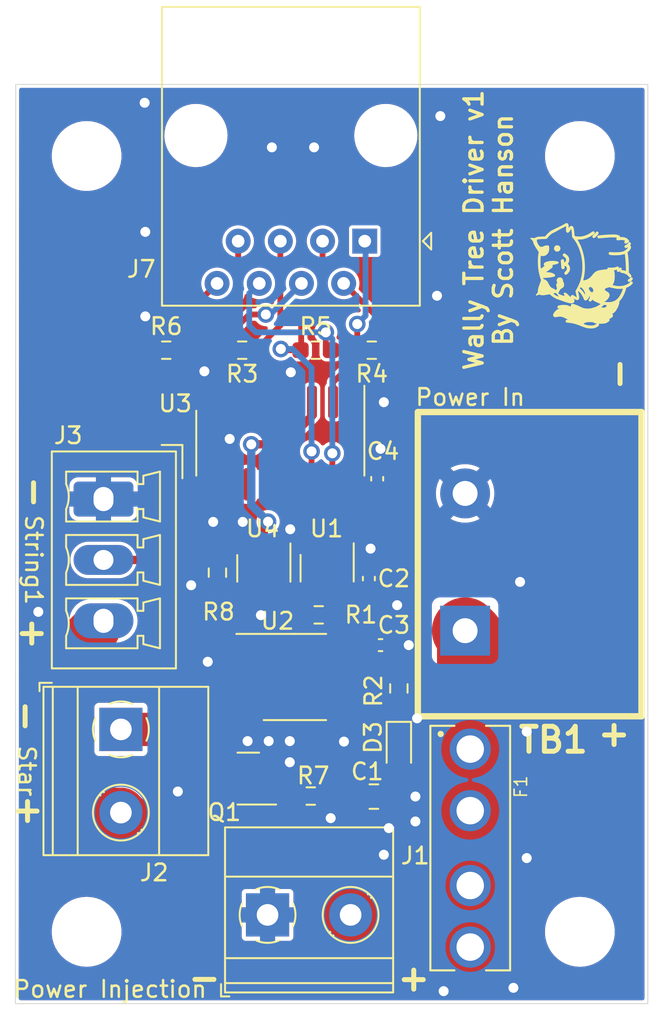
<source format=kicad_pcb>
(kicad_pcb (version 20211014) (generator pcbnew)
  (title_block (title "Wally Tree Driver") (date "2022-12-31") (rev "v1") (company "Scott Hanson"))
  (layers (0 "F.Cu" signal) (31 "B.Cu" signal) (34 "B.Paste" user) (35 "F.Paste" user) (36 "B.SilkS" user "B.Silkscreen") (37 "F.SilkS" user "F.Silkscreen") (38 "B.Mask" user) (39 "F.Mask" user) (44 "Edge.Cuts" user))
  (net 0 "")
  (net 1 "GND")
  (net 2 "+5V")
  (net 3 "VIN1")
  (net 4 "OUT20")
  (net 5 "OUT19")
  (net 6 "OUT18")
  (net 7 "OUT17")
  (net 8 "Net-(D3-Pad1)")
  (net 9 "/Diff In/Serial4_N")
  (net 10 "/Diff In/Serial4_P")
  (net 11 "/Diff In/Serial2_N")
  (net 12 "/Diff In/Serial3_P")
  (net 13 "/Diff In/Serial3_N")
  (net 14 "/Diff In/Serial2_P")
  (net 15 "/Diff In/Serial1_N")
  (net 16 "/Diff In/Serial1_P")
  (net 17 "Net-(R8-Pad2)")
  (net 18 "STAR_OUT")
  (net 19 "Net-(J3-Pad2)")
  (net 20 "Net-(Q1-Pad1)")
  (net 21 "Net-(R1-Pad1)")
  (net 22 "Net-(R1-Pad2)")
  (footprint "Scotts:RJ45_Amphenol_54602-x08_Horizontal" (layer "F.Cu") (at 89.751 91.2358 180)
    (fp_text reference "J7" (at 13.45 -1.682 180) (layer "F.SilkS"))
    (fp_text value "RJ45")
    (pad "" np_thru_hole circle (at -1.27 6.35 180) (size 3.3 3.3) (drill 3.3) (layers F&B.Cu *.Mask))
    (pad "" np_thru_hole circle (at 10.16 6.35 180) (size 3.3 3.3) (drill 3.3) (layers F&B.Cu *.Mask))
    (pad "1" thru_hole rect (at 0 0 180) (size 1.5 1.5) (drill 0.76) (layers *.Cu *.Mask) (net 16 "/Diff In/Serial1_P"))
    (pad "2" thru_hole circle (at 1.27 -2.54 180) (size 1.5 1.5) (drill 0.76) (layers *.Cu *.Mask) (net 15 "/Diff In/Serial1_N"))
    (pad "3" thru_hole circle (at 2.54 0 180) (size 1.5 1.5) (drill 0.76) (layers *.Cu *.Mask) (net 14 "/Diff In/Serial2_P"))
    (pad "4" thru_hole circle (at 3.81 -2.54 180) (size 1.5 1.5) (drill 0.76) (layers *.Cu *.Mask) (net 13 "/Diff In/Serial3_N"))
    (pad "5" thru_hole circle (at 5.08 0 180) (size 1.5 1.5) (drill 0.76) (layers *.Cu *.Mask) (net 12 "/Diff In/Serial3_P"))
    (pad "6" thru_hole circle (at 6.35 -2.54 180) (size 1.5 1.5) (drill 0.76) (layers *.Cu *.Mask) (net 11 "/Diff In/Serial2_N"))
    (pad "7" thru_hole circle (at 7.62 0 180) (size 1.5 1.5) (drill 0.76) (layers *.Cu *.Mask) (net 10 "/Diff In/Serial4_P"))
    (pad "8" thru_hole circle (at 8.89 -2.54 180) (size 1.5 1.5) (drill 0.76) (layers *.Cu *.Mask) (net 9 "/Diff In/Serial4_N"))
  )
  (footprint "Resistor_SMD:R_0603_1608Metric_Pad0.98x0.95mm_HandSolder" (layer "F.Cu") (at 82.374 97.7898 180)
    (fp_text reference "R3" (at 0 -1.43 180) (layer "F.SilkS"))
    (fp_text value "120")
    (pad "1" smd roundrect (at -0.9125 0 180) (size 0.975 0.95) (layers "F.Cu" "F.Paste" "F.Mask") (net 12 "/Diff In/Serial3_P"))
    (pad "2" smd roundrect (at 0.9125 0 180) (size 0.975 0.95) (layers "F.Cu" "F.Paste" "F.Mask") (net 13 "/Diff In/Serial3_N"))
  )
  (footprint "Resistor_SMD:R_0603_1608Metric_Pad0.98x0.95mm_HandSolder" (layer "F.Cu") (at 90.176 97.7898 180)
    (fp_text reference "R4" (at 0 -1.43 180) (layer "F.SilkS"))
    (fp_text value "120")
    (pad "1" smd roundrect (at -0.9125 0 180) (size 0.975 0.95) (layers "F.Cu" "F.Paste" "F.Mask") (net 15 "/Diff In/Serial1_N"))
    (pad "2" smd roundrect (at 0.9125 0 180) (size 0.975 0.95) (layers "F.Cu" "F.Paste" "F.Mask") (net 16 "/Diff In/Serial1_P"))
  )
  (footprint "Resistor_SMD:R_0603_1608Metric_Pad0.98x0.95mm_HandSolder" (layer "F.Cu") (at 86.801 97.7898)
    (fp_text reference "R5" (at 0 -1.43) (layer "F.SilkS"))
    (fp_text value "120")
    (pad "1" smd roundrect (at -0.9125 0) (size 0.975 0.95) (layers "F.Cu" "F.Paste" "F.Mask") (net 14 "/Diff In/Serial2_P"))
    (pad "2" smd roundrect (at 0.9125 0) (size 0.975 0.95) (layers "F.Cu" "F.Paste" "F.Mask") (net 11 "/Diff In/Serial2_N"))
  )
  (footprint "Resistor_SMD:R_0603_1608Metric_Pad0.98x0.95mm_HandSolder" (layer "F.Cu") (at 77.802 97.7898)
    (fp_text reference "R6" (at 0 -1.43) (layer "F.SilkS"))
    (fp_text value "120")
    (pad "1" smd roundrect (at -0.9125 0) (size 0.975 0.95) (layers "F.Cu" "F.Paste" "F.Mask") (net 9 "/Diff In/Serial4_N"))
    (pad "2" smd roundrect (at 0.9125 0) (size 0.975 0.95) (layers "F.Cu" "F.Paste" "F.Mask") (net 10 "/Diff In/Serial4_P"))
  )
  (footprint "Package_SO:SOIC-16_3.9x9.9mm_P1.27mm" (layer "F.Cu") (at 84.669 103.3778 -90)
    (fp_text reference "U3" (at -2.378 6.326) (layer "F.SilkS"))
    (fp_text value "AM26C32IN")
    (pad "1" smd roundrect locked (at -2.475 -4.445 270) (size 1.95 0.6) (layers "F.Cu" "F.Paste" "F.Mask") (net 15 "/Diff In/Serial1_N"))
    (pad "2" smd roundrect locked (at -2.475 -3.175 270) (size 1.95 0.6) (layers "F.Cu" "F.Paste" "F.Mask") (net 16 "/Diff In/Serial1_P"))
    (pad "3" smd roundrect locked (at -2.475 -1.905 270) (size 1.95 0.6) (layers "F.Cu" "F.Paste" "F.Mask") (net 7 "OUT17"))
    (pad "4" smd roundrect locked (at -2.475 -0.635 270) (size 1.95 0.6) (layers "F.Cu" "F.Paste" "F.Mask") (net 1 "GND"))
    (pad "5" smd roundrect locked (at -2.475 0.635 270) (size 1.95 0.6) (layers "F.Cu" "F.Paste" "F.Mask") (net 5 "OUT19"))
    (pad "6" smd roundrect locked (at -2.475 1.905 270) (size 1.95 0.6) (layers "F.Cu" "F.Paste" "F.Mask") (net 12 "/Diff In/Serial3_P"))
    (pad "7" smd roundrect locked (at -2.475 3.175 270) (size 1.95 0.6) (layers "F.Cu" "F.Paste" "F.Mask") (net 13 "/Diff In/Serial3_N"))
    (pad "8" smd roundrect locked (at -2.475 4.445 270) (size 1.95 0.6) (layers "F.Cu" "F.Paste" "F.Mask") (net 1 "GND"))
    (pad "9" smd roundrect locked (at 2.475 4.445 270) (size 1.95 0.6) (layers "F.Cu" "F.Paste" "F.Mask") (net 9 "/Diff In/Serial4_N"))
    (pad "10" smd roundrect locked (at 2.475 3.175 270) (size 1.95 0.6) (layers "F.Cu" "F.Paste" "F.Mask") (net 10 "/Diff In/Serial4_P"))
    (pad "11" smd roundrect locked (at 2.475 1.905 270) (size 1.95 0.6) (layers "F.Cu" "F.Paste" "F.Mask") (net 4 "OUT20"))
    (pad "12" smd roundrect locked (at 2.475 0.635 270) (size 1.95 0.6) (layers "F.Cu" "F.Paste" "F.Mask") (net 1 "GND"))
    (pad "13" smd roundrect locked (at 2.475 -0.635 270) (size 1.95 0.6) (layers "F.Cu" "F.Paste" "F.Mask") (net 6 "OUT18"))
    (pad "14" smd roundrect locked (at 2.475 -1.905 270) (size 1.95 0.6) (layers "F.Cu" "F.Paste" "F.Mask") (net 14 "/Diff In/Serial2_P"))
    (pad "15" smd roundrect locked (at 2.475 -3.175 270) (size 1.95 0.6) (layers "F.Cu" "F.Paste" "F.Mask") (net 11 "/Diff In/Serial2_N"))
    (pad "16" smd roundrect locked (at 2.475 -4.445 270) (size 1.95 0.6) (layers "F.Cu" "F.Paste" "F.Mask") (net 2 "+5V"))
  )
  (footprint "Resistor_SMD:R_0603_1608Metric_Pad0.98x0.95mm_HandSolder" (layer "F.Cu") (at 91.805 118.1213 -90)
    (fp_text reference "R2" (at 0.1505 1.524 90) (layer "F.SilkS"))
    (fp_text value "330")
    (pad "1" smd roundrect (at -0.9125 0 270) (size 0.975 0.95) (layers "F.Cu" "F.Paste" "F.Mask") (net 1 "GND"))
    (pad "2" smd roundrect (at 0.9125 0 270) (size 0.975 0.95) (layers "F.Cu" "F.Paste" "F.Mask") (net 8 "Net-(D3-Pad1)"))
  )
  (footprint "TerminalBlock_Phoenix:TerminalBlock_Phoenix_MKDS-1,5-2_1x02_P5.00mm_Horizontal" (layer "F.Cu") (at 83.901 131.7338)
    (fp_text reference "J1" (at 8.89 -3.556) (layer "F.SilkS"))
    (fp_text value "Power Injection" (at -9.478 4.464) (layer "F.SilkS"))
    (pad "1" thru_hole rect (at 0 0) (size 2.6 2.6) (drill 1.3) (layers *.Cu *.Mask) (net 1 "GND"))
    (pad "2" thru_hole circle (at 5 0) (size 2.6 2.6) (drill 1.3) (layers *.Cu *.Mask) (net 2 "+5V"))
  )
  (footprint "Barrier_Blocks:BARRIER_BLOCK_1ROW_2POS" (layer "F.Cu") (at 99.679 110.6518 90)
    (fp_text reference "TB1" (at -10.566 1.422 180) (layer "F.SilkS") (effects (font (size 1.5 1.5) (thickness 0.3))))
    (fp_text value "Power In" (at 10.034 -3.578 180) (layer "F.SilkS") (effects (font (thickness 0.1524))))
    (pad "1" thru_hole rect (at -3.99796 -3.8862 90) (size 3 3) (drill 1.5) (layers *.Cu *.Mask) (net 3 "VIN1"))
    (pad "2" thru_hole circle (at 4.25196 -3.8862 90) (size 3 3) (drill 1.5) (layers *.Cu *.Mask) (net 1 "GND"))
  )
  (footprint "Scotts:MountingHole_3.7mm" (layer "F.Cu") (at 102.701 132.7498)
    (fp_text reference "H4")
    (fp_text value "MountingHole")
    (pad "" np_thru_hole circle (at 0 0) (size 3.7 3.7) (drill 3.7) (layers *.Cu *.Mask))
  )
  (footprint "LED_SMD:LED_0603_1608Metric_Pad1.05x0.95mm_HandSolder" (layer "F.Cu") (at 91.805 121.7893 -90)
    (fp_text reference "D3" (at -0.7215 1.554 90) (layer "F.SilkS"))
    (fp_text value "5V LED")
    (pad "1" smd roundrect (at -0.875 0 270) (size 1.05 0.95) (layers "F.Cu" "F.Paste" "F.Mask") (net 8 "Net-(D3-Pad1)"))
    (pad "2" smd roundrect (at 0.875 0 270) (size 1.05 0.95) (layers "F.Cu" "F.Paste" "F.Mask") (net 2 "+5V"))
  )
  (footprint "Resistor_SMD:R_0603_1608Metric_Pad0.98x0.95mm_HandSolder" (layer "F.Cu") (at 80.883 111.1598 -90)
    (fp_text reference "R8" (at 2.358 -0.068 180) (layer "F.SilkS"))
    (fp_text value "33ohm")
    (pad "1" smd roundrect (at -0.9125 0 270) (size 0.975 0.95) (layers "F.Cu" "F.Paste" "F.Mask") (net 19 "Net-(J3-Pad2)"))
    (pad "2" smd roundrect (at 0.9125 0 270) (size 0.975 0.95) (layers "F.Cu" "F.Paste" "F.Mask") (net 17 "Net-(R8-Pad2)"))
  )
  (footprint "Capacitor_SMD:C_0402_1005Metric" (layer "F.Cu") (at 90.701 115.5178)
    (fp_text reference "C3" (at 0.8 -1.2 180) (layer "F.SilkS"))
    (fp_text value "0.1uF")
    (pad "1" smd roundrect (at -0.48 0) (size 0.56 0.62) (layers "F.Cu" "F.Paste" "F.Mask") (net 2 "+5V"))
    (pad "2" smd roundrect (at 0.48 0) (size 0.56 0.62) (layers "F.Cu" "F.Paste" "F.Mask") (net 1 "GND"))
  )
  (footprint "TerminalBlock_Phoenix:TerminalBlock_Phoenix_MKDS-1,5-2_1x02_P5.00mm_Horizontal" (layer "F.Cu") (at 75.072 120.5838 -90)
    (fp_text reference "J2" (at 8.61 -2.001 180) (layer "F.SilkS"))
    (fp_text value "Star" (at 2.5 5.66 -90 unlocked) (layer "F.SilkS"))
    (pad "1" thru_hole rect (at 0 0 270) (size 2.6 2.6) (drill 1.3) (layers *.Cu *.Mask) (net 18 "STAR_OUT"))
    (pad "2" thru_hole circle (at 5 0 270) (size 2.6 2.6) (drill 1.3) (layers *.Cu *.Mask) (net 2 "+5V"))
  )
  (footprint "Package_SO:TSOP-5_1.65x3.05mm_P0.95mm" (layer "F.Cu") (at 83.677 110.9058 -90)
    (fp_text reference "U4" (at -2.388 0.076 180) (layer "F.SilkS"))
    (fp_text value "74LVC1G126")
    (pad "1" smd rect (at -1.16 -0.95 270) (size 0.7 0.51) (layers "F.Cu" "F.Paste" "F.Mask") (net 2 "+5V"))
    (pad "2" smd rect (at -1.16 0 270) (size 0.7 0.51) (layers "F.Cu" "F.Paste" "F.Mask") (net 7 "OUT17"))
    (pad "3" smd rect (at -1.16 0.95 270) (size 0.7 0.51) (layers "F.Cu" "F.Paste" "F.Mask") (net 1 "GND"))
    (pad "4" smd rect (at 1.16 0.95 270) (size 0.7 0.51) (layers "F.Cu" "F.Paste" "F.Mask") (net 17 "Net-(R8-Pad2)"))
    (pad "5" smd rect (at 1.16 -0.95 270) (size 0.7 0.51) (layers "F.Cu" "F.Paste" "F.Mask") (net 2 "+5V"))
  )
  (footprint "Package_TO_SOT_SMD:SOT-23" (layer "F.Cu") (at 82.7395 123.5398 180)
    (fp_text reference "Q1" (at 1.4385 -2.028) (layer "F.SilkS"))
    (fp_text value "DMN2041L")
    (pad "1" smd roundrect (at -0.9375 -0.95 180) (size 1.475 0.6) (layers "F.Cu" "F.Paste" "F.Mask") (net 20 "Net-(Q1-Pad1)"))
    (pad "2" smd roundrect (at -0.9375 0.95 180) (size 1.475 0.6) (layers "F.Cu" "F.Paste" "F.Mask") (net 1 "GND"))
    (pad "3" smd roundrect (at 0.9375 0 180) (size 1.475 0.6) (layers "F.Cu" "F.Paste" "F.Mask") (net 18 "STAR_OUT"))
  )
  (footprint "Scotts:MountingHole_3.7mm" (layer "F.Cu") (at 73.009 132.7498)
    (fp_text reference "H1")
    (fp_text value "MountingHole")
    (pad "" np_thru_hole circle (at 0 0) (size 3.7 3.7) (drill 3.7) (layers *.Cu *.Mask))
  )
  (footprint "Scotts:FUSE_3544-2" (layer "F.Cu") (at 96.101 127.7178 -90)
    (fp_text reference "F1" (at -3.683 -3.048 90) (layer "F.SilkS") (effects (font (size 0.75 0.75) (thickness 0.1))))
    (fp_text value "3544-2")
    (pad "1_1" thru_hole circle (at -5.95 0 270) (size 2.475 2.475) (drill 1.65) (layers *.Cu *.Mask) (net 3 "VIN1"))
    (pad "1_2" thru_hole circle (at -2.25 0 270) (size 2.475 2.475) (drill 1.65) (layers *.Cu *.Mask) (net 3 "VIN1"))
    (pad "2_1" thru_hole circle (at 2.25 0 270) (size 2.475 2.475) (drill 1.65) (layers *.Cu *.Mask) (net 2 "+5V"))
    (pad "2_2" thru_hole circle (at 5.95 0 270) (size 2.475 2.475) (drill 1.65) (layers *.Cu *.Mask) (net 2 "+5V"))
  )
  (footprint "Scotts:chewi_10" (layer "F.Cu") (at 102.03198 93.456909 90)
    (fp_text reference "G***")
    (fp_text value "LOGO" hide)
  )
  (footprint "Capacitor_SMD:C_0402_1005Metric" (layer "F.Cu") (at 90.001 111.5178 90)
    (fp_text reference "C2" (at 0 1.5 180) (layer "F.SilkS"))
    (fp_text value "0.1uF")
    (pad "1" smd roundrect (at -0.48 0 90) (size 0.56 0.62) (layers "F.Cu" "F.Paste" "F.Mask") (net 2 "+5V"))
    (pad "2" smd roundrect (at 0.48 0 90) (size 0.56 0.62) (layers "F.Cu" "F.Paste" "F.Mask") (net 1 "GND"))
  )
  (footprint "Package_SO:SOP-8_3.76x4.96mm_P1.27mm" (layer "F.Cu") (at 85.547 117.4338)
    (fp_text reference "U2" (at -1.046 -3.366) (layer "F.SilkS"))
    (fp_text value "WS2811")
    (pad "1" smd roundrect (at -2.5375 -1.905) (size 1.975 0.65) (layers "F.Cu" "F.Paste" "F.Mask") (net 20 "Net-(Q1-Pad1)"))
    (pad "2" smd roundrect (at -2.5375 -0.635) (size 1.975 0.65) (layers "F.Cu" "F.Paste" "F.Mask"))
    (pad "3" smd roundrect (at -2.5375 0.635) (size 1.975 0.65) (layers "F.Cu" "F.Paste" "F.Mask"))
    (pad "4" smd roundrect (at -2.5375 1.905) (size 1.975 0.65) (layers "F.Cu" "F.Paste" "F.Mask") (net 1 "GND"))
    (pad "5" smd roundrect (at 2.5375 1.905) (size 1.975 0.65) (layers "F.Cu" "F.Paste" "F.Mask"))
    (pad "6" smd roundrect (at 2.5375 0.635) (size 1.975 0.65) (layers "F.Cu" "F.Paste" "F.Mask") (net 21 "Net-(R1-Pad1)"))
    (pad "7" smd roundrect (at 2.5375 -0.635) (size 1.975 0.65) (layers "F.Cu" "F.Paste" "F.Mask"))
    (pad "8" smd roundrect (at 2.5375 -1.905) (size 1.975 0.65) (layers "F.Cu" "F.Paste" "F.Mask") (net 2 "+5V"))
  )
  (footprint "Capacitor_SMD:C_0402_1005Metric" (layer "F.Cu") (at 90.501 105.5178 90)
    (fp_text reference "C4" (at 1.65 0.35 180) (layer "F.SilkS"))
    (fp_text value "0.1uF")
    (pad "1" smd roundrect (at -0.48 0 90) (size 0.56 0.62) (layers "F.Cu" "F.Paste" "F.Mask") (net 2 "+5V"))
    (pad "2" smd roundrect (at 0.48 0 90) (size 0.56 0.62) (layers "F.Cu" "F.Paste" "F.Mask") (net 1 "GND"))
  )
  (footprint "Capacitor_SMD:C_0805_2012Metric_Pad1.18x1.45mm_HandSolder" (layer "F.Cu") (at 90.301 124.6218)
    (fp_text reference "C1" (at -0.4 -1.504) (layer "F.SilkS"))
    (fp_text value "10uF")
    (pad "1" smd roundrect (at -1.0375 0) (size 1.175 1.45) (layers "F.Cu" "F.Paste" "F.Mask") (roundrect_rratio 0.2127659574) (net 2 "+5V"))
    (pad "2" smd roundrect (at 1.0375 0) (size 1.175 1.45) (layers "F.Cu" "F.Paste" "F.Mask") (roundrect_rratio 0.2127659574) (net 1 "GND"))
  )
  (footprint "Resistor_SMD:R_0603_1608Metric_Pad0.98x0.95mm_HandSolder" (layer "F.Cu") (at 86.501 124.5898 180)
    (fp_text reference "R7" (at -0.15 1.222) (layer "F.SilkS"))
    (fp_text value "10K")
    (pad "1" smd roundrect (at -0.9125 0 180) (size 0.975 0.95) (layers "F.Cu" "F.Paste" "F.Mask") (net 2 "+5V"))
    (pad "2" smd roundrect (at 0.9125 0 180) (size 0.975 0.95) (layers "F.Cu" "F.Paste" "F.Mask") (net 20 "Net-(Q1-Pad1)"))
  )
  (footprint "Scotts:MountingHole_3.7mm" (layer "F.Cu") (at 102.701 86.1178)
    (fp_text reference "H2")
    (fp_text value "MountingHole")
    (pad "" np_thru_hole circle (at 0 0) (size 3.7 3.7) (drill 3.7) (layers *.Cu *.Mask))
  )
  (footprint "Scotts:PhoenixContact_MCV_3.81mm_3.5mm_1x03_Vertical" (layer "F.Cu") (at 74.025 106.5878 -90)
    (fp_text reference "J3" (at -3.67 2.124 unlocked) (layer "F.SilkS"))
    (fp_text value "String1" (at 3.81 4.2 -90 unlocked) (layer "F.SilkS"))
    (pad "1" thru_hole roundrect (at 0.15 0 270) (size 2.1 3.6) (drill oval 1.45 1.2) (layers *.Cu *.Mask) (roundrect_rratio 0.1388890476) (net 1 "GND"))
    (pad "2" thru_hole oval (at 3.81 0 270) (size 1.8 3.6) (drill 1.2) (layers *.Cu *.Mask) (net 19 "Net-(J3-Pad2)"))
    (pad "3" thru_hole oval (at 7.47 0 270) (size 2.1 3.6) (drill oval 1.45 1.2) (layers *.Cu *.Mask) (net 2 "+5V"))
  )
  (footprint "Resistor_SMD:R_0603_1608Metric_Pad0.98x0.95mm_HandSolder" (layer "F.Cu") (at 86.979 113.6998)
    (fp_text reference "R1" (at 2.54 0) (layer "F.SilkS"))
    (fp_text value "33ohm")
    (pad "1" smd roundrect (at -0.9125 0) (size 0.975 0.95) (layers "F.Cu" "F.Paste" "F.Mask") (net 21 "Net-(R1-Pad1)"))
    (pad "2" smd roundrect (at 0.9125 0) (size 0.975 0.95) (layers "F.Cu" "F.Paste" "F.Mask") (net 22 "Net-(R1-Pad2)"))
  )
  (footprint "Scotts:MountingHole_3.7mm" (layer "F.Cu") (at 73.009 86.1178)
    (fp_text reference "H3")
    (fp_text value "MountingHole")
    (pad "" np_thru_hole circle (at 0 0) (size 3.7 3.7) (drill 3.7) (layers *.Cu *.Mask))
  )
  (footprint "Package_SO:TSOP-5_1.65x3.05mm_P0.95mm" (layer "F.Cu") (at 87.487 110.8958 -90)
    (fp_text reference "U1" (at -2.378 0.036 180) (layer "F.SilkS"))
    (fp_text value "74LVC1G126")
    (pad "1" smd rect (at -1.16 -0.95 270) (size 0.7 0.51) (layers "F.Cu" "F.Paste" "F.Mask") (net 2 "+5V"))
    (pad "2" smd rect (at -1.16 0 270) (size 0.7 0.51) (layers "F.Cu" "F.Paste" "F.Mask") (net 6 "OUT18"))
    (pad "3" smd rect (at -1.16 0.95 270) (size 0.7 0.51) (layers "F.Cu" "F.Paste" "F.Mask") (net 1 "GND"))
    (pad "4" smd rect (at 1.16 0.95 270) (size 0.7 0.51) (layers "F.Cu" "F.Paste" "F.Mask") (net 22 "Net-(R1-Pad2)"))
    (pad "5" smd rect (at 1.16 -0.95 270) (size 0.7 0.51) (layers "F.Cu" "F.Paste" "F.Mask") (net 2 "+5V"))
  )
  (gr_line (start 68.745 81.8178) (end 68.721 137.0678) (layer "Edge.Cuts") (width 0.05))
  (gr_line (start 68.745 81.8178) (end 106.791 81.8178) (layer "Edge.Cuts") (width 0.05))
  (gr_line (start 106.791 137.0678) (end 106.791 81.8178) (layer "Edge.Cuts") (width 0.05))
  (gr_line (start 106.791 137.0678) (end 68.721 137.0678) (layer "Edge.Cuts") (width 0.05))
  (gr_text "${TITLE} ${REVISION}\nBy ${COMPANY}" (at 97.201 90.5678 90) (layer "F.SilkS") (effects (font (size 1.1 1.1) (thickness 0.2))))
  (gr_text "+" (at 92.701 135.5178) (layer "F.SilkS") (effects (font (size 1.5 1.5) (thickness 0.3))))
  (gr_text "-" (at 69.707 106.3338 90) (layer "F.SilkS") (effects (font (size 1.5 1.5) (thickness 0.3))))
  (gr_text "-" (at 80.101 135.7178 180) (layer "F.SilkS") (effects (font (size 1.5 1.5) (thickness 0.3))))
  (gr_text "+" (at 69.707 114.7158) (layer "F.SilkS") (effects (font (size 1.5 1.5) (thickness 0.3))))
  (gr_text "-" (at 69.199 119.7958 90) (layer "F.SilkS") (effects (font (size 1.5 1.5) (thickness 0.3))))
  (gr_text "-" (at 105.013 99.2218 90) (layer "F.SilkS") (effects (font (size 1.5 1.5) (thickness 0.3))))
  (gr_text "+" (at 104.759 120.8118) (layer "F.SilkS") (effects (font (size 1.5 1.5) (thickness 0.3))))
  (gr_text "+" (at 69.453 125.3838) (layer "F.SilkS") (effects (font (size 1.5 1.5) (thickness 0.3))))
  (via (at 85.301 99.1178) (size 1) (drill 0.6) (layers "F.Cu" "B.Cu") (net 1))
  (via (at 81.621 103.1238) (size 1) (drill 0.6) (layers "F.Cu" "B.Cu") (net 1))
  (via (at 80.301 116.5178) (size 1) (drill 0.6) (layers "F.Cu" "B.Cu") (net 1))
  (via (at 99.101 111.7178) (size 1) (drill 0.6) (layers "F.Cu" "B.Cu") (net 1))
  (via (at 91.201 126.5178) (size 1) (drill 0.6) (layers "F.Cu" "B.Cu") (net 1))
  (via (at 98.701 136.1178) (size 1) (drill 0.6) (layers "F.Cu" "B.Cu") (net 1))
  (via (at 82.407 108.1118) (size 1) (drill 0.6) (layers "F.Cu" "B.Cu") (net 1))
  (via (at 90.101 109.7178) (size 1) (drill 0.6) (layers "F.Cu" "B.Cu") (net 1))
  (via (at 85.2395 121.2878) (size 1) (drill 0.6) (layers "F.Cu" "B.Cu") (net 1))
  (via (at 87.701 125.9178) (size 1) (drill 0.6) (layers "F.Cu" "B.Cu") (net 1))
  (via (at 86.701 85.5978) (size 1) (drill 0.6) (layers "F.Cu" "B.Cu") (net 1))
  (via (at 90.901 128.1178) (size 1) (drill 0.6) (layers "F.Cu" "B.Cu") (net 1))
  (via (at 70.101 113.5178) (size 1) (drill 0.6) (layers "F.Cu" "B.Cu") (net 1))
  (via (at 90.701 103.7178) (size 1) (drill 0.6) (layers "F.Cu" "B.Cu") (net 1))
  (via (at 79.301 111.9178) (size 1) (drill 0.6) (layers "F.Cu" "B.Cu") (net 1))
  (via (at 76.501 82.9178) (size 1) (drill 0.6) (layers "F.Cu" "B.Cu") (net 1))
  (via (at 80.097 99.0598) (size 1) (drill 0.6) (layers "F.Cu" "B.Cu") (net 1))
  (via (at 83.501 113.7178) (size 1) (drill 0.6) (layers "F.Cu" "B.Cu") (net 1))
  (via (at 84.161 85.5978) (size 1) (drill 0.6) (layers "F.Cu" "B.Cu") (net 1))
  (via (at 80.629 108.1118) (size 1) (drill 0.6) (layers "F.Cu" "B.Cu") (net 1))
  (via (at 88.501 121.3178) (size 1) (drill 0.6) (layers "F.Cu" "B.Cu") (net 1))
  (via (at 92.801 124.6178) (size 1) (drill 0.6) (layers "F.Cu" "B.Cu") (net 1))
  (via (at 94.101 94.5178) (size 1) (drill 0.6) (layers "F.Cu" "B.Cu") (net 1))
  (via (at 85.264957 108.553843) (size 1) (drill 0.6) (layers "F.Cu" "B.Cu") (net 1))
  (via (at 94.301 83.7178) (size 1) (drill 0.6) (layers "F.Cu" "B.Cu") (net 1))
  (via (at 91.701 113.1178) (size 1) (drill 0.6) (layers "F.Cu" "B.Cu") (net 1))
  (via (at 78.501 124.3178) (size 1) (drill 0.6) (layers "F.Cu" "B.Cu") (net 1))
  (via (at 83.9695 121.2878) (size 1) (drill 0.6) (layers "F.Cu" "B.Cu") (net 1))
  (via (at 92.801 126.1178) (size 1) (drill 0.6) (layers "F.Cu" "B.Cu") (net 1))
  (via (at 82.6995 121.2878) (size 1) (drill 0.6) (layers "F.Cu" "B.Cu") (net 1))
  (via (at 94.501 136.3178) (size 1) (drill 0.6) (layers "F.Cu" "B.Cu") (net 1))
  (via (at 99.501 120.7178) (size 1) (drill 0.6) (layers "F.Cu" "B.Cu") (net 1))
  (via (at 76.541 90.6778) (size 1) (drill 0.6) (layers "F.Cu" "B.Cu") (net 1))
  (via (at 76.541 95.7578) (size 1) (drill 0.6) (layers "F.Cu" "B.Cu") (net 1))
  (via (at 92.401 115.5178) (size 1) (drill 0.6) (layers "F.Cu" "B.Cu") (net 1))
  (via (at 90.901 100.9178) (size 1) (drill 0.6) (layers "F.Cu" "B.Cu") (net 1))
  (via (at 99.501 128.3178) (size 1) (drill 0.6) (layers "F.Cu" "B.Cu") (net 1))
  (via (at 92.901 119.9178) (size 1) (drill 0.6) (layers "F.Cu" "B.Cu") (net 1))
  (via (at 85.2395 122.5578) (size 1) (drill 0.6) (layers "F.Cu" "B.Cu") (net 1))
  (segment (start 77.412 127.9238) (end 86.191 127.9238) (width 3) (layer "F.Cu") (net 2))
  (segment (start 84.627 112.0658) (end 84.627 109.7458) (width 0.5) (layer "F.Cu") (net 2))
  (segment (start 71.101 122.8128) (end 71.101 116.9818) (width 3) (layer "F.Cu") (net 2))
  (segment (start 96.301 129.9678) (end 96.301 133.6678) (width 4) (layer "F.Cu") (net 2))
  (segment (start 71.101 116.9818) (end 73.517 114.5658) (width 3) (layer "F.Cu") (net 2))
  (segment (start 91.501 111.4638) (end 90.905 112.0598) (width 0.5) (layer "F.Cu") (net 2))
  (segment (start 89.2635 123.5553) (end 89.2635 124.6218) (width 1) (layer "F.Cu") (net 2))
  (segment (start 88.441 112.0598) (end 88.437 112.0558) (width 0.5) (layer "F.Cu") (net 2))
  (segment (start 89.9535 122.8653) (end 89.2635 123.5553) (width 1) (layer "F.Cu") (net 2))
  (segment (start 89.229 105.9678) (end 89.114 105.8528) (width 0.5) (layer "F.Cu") (net 2))
  (segment (start 87.587 111.2058) (end 85.487 111.2058) (width 0.5) (layer "F.Cu") (net 2))
  (segment (start 89.265 131.051798) (end 89.947 131.733798) (width 1) (layer "F.Cu") (net 2))
  (segment (start 88.901 131.7338) (end 89.519 131.7338) (width 4) (layer "F.Cu") (net 2))
  (segment (start 91.501 106.7678) (end 91.501 111.4638) (width 0.5) (layer "F.Cu") (net 2))
  (segment (start 88.901 131.7338) (end 89.946998 131.7338) (width 3) (layer "F.Cu") (net 2))
  (segment (start 88.0845 115.5288) (end 90.151 115.5288) (width 1) (layer "F.Cu") (net 2))
  (segment (start 91.805 122.6643) (end 90.4605 122.6643) (width 1) (layer "F.Cu") (net 2))
  (segment (start 85.487 111.2058) (end 84.627 112.0658) (width 0.5) (layer "F.Cu") (net 2))
  (segment (start 90.027 112.0598) (end 88.441 112.0598) (width 0.5) (layer "F.Cu") (net 2))
  (segment (start 75.072 125.5838) (end 73.872 125.5838) (width 3) (layer "F.Cu") (net 2))
  (segment (start 96.101 131.7178) (end 96.085 131.7338) (width 4) (layer "F.Cu") (net 2))
  (segment (start 96.085 131.7338) (end 88.901 131.7338) (width 4) (layer "F.Cu") (net 2))
  (segment (start 75.072 125.5838) (end 77.412 127.9238) (width 3) (layer "F.Cu") (net 2))
  (segment (start 90.027 115.2963) (end 90.2595 115.5288) (width 0.5) (layer "F.Cu") (net 2))
  (segment (start 89.2315 124.5898) (end 87.4135 124.5898) (width 1) (layer "F.Cu") (net 2))
  (segment (start 89.2635 124.6218) (end 89.2315 124.5898) (width 1) (layer "F.Cu") (net 2))
  (segment (start 88.901 130.6338) (end 88.901 131.7338) (width 3) (layer "F.Cu") (net 2))
  (segment (start 90.027 112.0598) (end 90.027 115.2963) (width 0.5) (layer "F.Cu") (net 2))
  (segment (start 90.151 115.5288) (end 90.151 115.5878) (width 1) (layer "F.Cu") (net 2))
  (segment (start 90.027 115.7118) (end 90.027 122.6328) (width 1) (layer "F.Cu") (net 2))
  (segment (start 86.191 127.9238) (end 88.901 130.6338) (width 3) (layer "F.Cu") (net 2))
  (segment (start 88.437 112.0558) (end 87.587 111.2058) (width 0.5) (layer "F.Cu") (net 2))
  (segment (start 90.701 105.9678) (end 91.501 106.7678) (width 0.5) (layer "F.Cu") (net 2))
  (segment (start 73.872 125.5838) (end 71.101 122.8128) (width 3) (layer "F.Cu") (net 2))
  (segment (start 90.151 115.5878) (end 90.027 115.7118) (width 1) (layer "F.Cu") (net 2))
  (segment (start 89.265 124.6233) (end 89.265 131.051798) (width 1) (layer "F.Cu") (net 2))
  (segment (start 89.2635 124.6218) (end 89.265 124.6233) (width 1) (layer "F.Cu") (net 2))
  (segment (start 89.946998 131.7338) (end 89.947 131.733798) (width 3) (layer "F.Cu") (net 2))
  (segment (start 90.905 112.0598) (end 90.027 112.0598) (width 0.5) (layer "F.Cu") (net 2))
  (segment (start 88.437 109.7358) (end 88.437 112.0558) (width 0.5) (layer "F.Cu") (net 2))
  (segment (start 90.701 105.9678) (end 89.229 105.9678) (width 0.5) (layer "F.Cu") (net 2))
  (segment (start 96.101 125.2678) (end 96.101 114.95796) (width 4) (layer "F.Cu") (net 3))
  (segment (start 96.101 114.95796) (end 95.7928 114.64976) (width 4) (layer "F.Cu") (net 3))
  (segment (start 85.304 107.1208) (end 87.487 109.3038) (width 0.4) (layer "F.Cu") (net 6))
  (segment (start 85.304 105.8528) (end 85.304 107.1208) (width 0.4) (layer "F.Cu") (net 6))
  (segment (start 87.487 109.3038) (end 87.487 109.7358) (width 0.4) (layer "F.Cu") (net 6))
  (segment (start 86.574 101.7448) (end 84.871 103.4478) (width 0.5) (layer "F.Cu") (net 7))
  (segment (start 84.871 103.4478) (end 82.921 103.4478) (width 0.5) (layer "F.Cu") (net 7))
  (segment (start 83.931 108.0978) (end 83.677 108.3518) (width 0.5) (layer "F.Cu") (net 7))
  (segment (start 83.677 108.3518) (end 83.677 109.7458) (width 0.5) (layer "F.Cu") (net 7))
  (segment (start 86.574 100.9028) (end 86.574 101.7448) (width 0.5) (layer "F.Cu") (net 7))
  (via (at 82.921 103.4478) (size 1) (drill 0.6) (layers "F.Cu" "B.Cu") (net 7))
  (via (at 83.931 108.0978) (size 1) (drill 0.6) (layers "F.Cu" "B.Cu") (net 7))
  (segment (start 82.921 103.4478) (end 82.921 107.0878) (width 0.5) (layer "B.Cu") (net 7))
  (segment (start 82.921 107.0878) (end 83.931 108.0978) (width 0.5) (layer "B.Cu") (net 7))
  (segment (start 91.805 119.0338) (end 91.805 120.9143) (width 0.5) (layer "F.Cu") (net 8))
  (segment (start 80.861 93.7758) (end 76.847 97.7898) (width 0.35) (layer "F.Cu") (net 9))
  (segment (start 76.777 102.4058) (end 80.224 105.8528) (width 0.35) (layer "F.Cu") (net 9))
  (segment (start 76.777 97.7898) (end 76.777 102.4058) (width 0.35) (layer "F.Cu") (net 9))
  (segment (start 76.847 97.7898) (end 76.777 97.7898) (width 0.35) (layer "F.Cu") (net 9))
  (segment (start 82.131 94.4858) (end 78.827 97.7898) (width 0.35) (layer "F.Cu") (net 10))
  (segment (start 81.494 105.8528) (end 81.494 105.405322) (width 0.35) (layer "F.Cu") (net 10))
  (segment (start 78.827 102.738322) (end 78.827 97.7898) (width 0.35) (layer "F.Cu") (net 10))
  (segment (start 82.131 91.2358) (end 82.131 94.4858) (width 0.35) (layer "F.Cu") (net 10))
  (segment (start 81.494 105.405322) (end 78.827 102.738322) (width 0.35) (layer "F.Cu") (net 10))
  (segment (start 87.406959 97.520759) (end 87.406959 96.717814) (width 0.35) (layer "F.Cu") (net 11))
  (segment (start 87.844 105.8528) (end 87.801 105.8098) (width 0.35) (layer "F.Cu") (net 11))
  (segment (start 87.801 105.8098) (end 87.801 103.9878) (width 0.35) (layer "F.Cu") (net 11))
  (segment (start 87.676 97.7898) (end 87.406959 97.520759) (width 0.35) (layer "F.Cu") (net 11))
  (via (at 87.406959 96.717814) (size 1) (drill 0.6) (layers "F.Cu" "B.Cu") (net 11))
  (via (at 87.801 103.9878) (size 1) (drill 0.6) (layers "F.Cu" "B.Cu") (net 11))
  (segment (start 83.401 93.7758) (end 82.801 94.3758) (width 0.35) (layer "B.Cu") (net 11))
  (segment (start 86.699853 96.717814) (end 87.406959 96.717814) (width 0.35) (layer "B.Cu") (net 11))
  (segment (start 87.801 97.111855) (end 87.801 103.9878) (width 0.35) (layer "B.Cu") (net 11))
  (segment (start 82.801 94.3758) (end 82.801 96.3178) (width 0.35) (layer "B.Cu") (net 11))
  (segment (start 82.801 96.3178) (end 83.201014 96.717814) (width 0.35) (layer "B.Cu") (net 11))
  (segment (start 83.201014 96.717814) (end 86.699853 96.717814) (width 0.35) (layer "B.Cu") (net 11))
  (segment (start 87.406959 96.717814) (end 87.801 97.111855) (width 0.35) (layer "B.Cu") (net 11))
  (segment (start 84.671 96.302796) (end 82.764 98.209796) (width 0.35) (layer "F.Cu") (net 12))
  (segment (start 82.764 98.209796) (end 82.764 99.9278) (width 0.35) (layer "F.Cu") (net 12))
  (segment (start 84.671 91.2358) (end 84.671 96.302796) (width 0.35) (layer "F.Cu") (net 12))
  (segment (start 82.764 99.9278) (end 82.764 100.9028) (width 0.35) (layer "F.Cu") (net 12))
  (segment (start 81.349 97.7898) (end 81.349 97.0898) (width 0.35) (layer "F.Cu") (net 13))
  (segment (start 81.349 97.0898) (end 82.79401 95.64479) (width 0.35) (layer "F.Cu") (net 13))
  (segment (start 82.79401 95.64479) (end 83.79599 95.64479) (width 0.35) (layer "F.Cu") (net 13))
  (segment (start 81.494 97.9348) (end 81.349 97.7898) (width 0.35) (layer "F.Cu") (net 13))
  (segment (start 81.494 100.9028) (end 81.494 97.9348) (width 0.35) (layer "F.Cu") (net 13))
  (via (at 83.79599 95.64479) (size 1) (drill 0.6) (layers "F.Cu" "B.Cu") (net 13))
  (segment (start 85.941 93.7758) (end 84.07201 95.64479) (width 0.35) (layer "B.Cu") (net 13))
  (segment (start 84.07201 95.64479) (end 83.79599 95.64479) (width 0.35) (layer "B.Cu") (net 13))
  (segment (start 86.574 105.8528) (end 86.551 105.8298) (width 0.35) (layer "F.Cu") (net 14))
  (segment (start 86.551 105.8298) (end 86.551 103.8738) (width 0.35) (layer "F.Cu") (net 14))
  (segment (start 87.211 91.2358) (end 87.211 94.6078) (width 0.35) (layer "F.Cu") (net 14))
  (segment (start 87.211 94.6078) (end 85.926 95.8928) (width 0.35) (layer "F.Cu") (net 14))
  (segment (start 85.926 95.8928) (end 85.926 97.7898) (width 0.35) (layer "F.Cu") (net 14))
  (segment (start 84.773004 97.7898) (end 84.701 97.717796) (width 0.35) (layer "F.Cu") (net 14))
  (segment (start 85.926 97.7898) (end 84.773004 97.7898) (width 0.35) (layer "F.Cu") (net 14))
  (via (at 84.701 97.717796) (size 1) (drill 0.6) (layers "F.Cu" "B.Cu") (net 14))
  (via (at 86.551 103.8738) (size 1) (drill 0.6) (layers "F.Cu" "B.Cu") (net 14))
  (segment (start 85.408106 97.717796) (end 86.551 98.86069) (width 0.35) (layer "B.Cu") (net 14))
  (segment (start 84.701 97.717796) (end 85.408106 97.717796) (width 0.35) (layer "B.Cu") (net 14))
  (segment (start 86.551 98.86069) (end 86.551 103.8738) (width 0.35) (layer "B.Cu") (net 14))
  (segment (start 88.481 93.7758) (end 91.051 96.3458) (width 0.35) (layer "F.Cu") (net 15))
  (segment (start 89.114 99.7268) (end 91.051 97.7898) (width 0.35) (layer "F.Cu") (net 15))
  (segment (start 91.051 96.3458) (end 91.051 97.7898) (width 0.35) (layer "F.Cu") (net 15))
  (segment (start 89.114 100.9028) (end 89.114 99.7268) (width 0.35) (layer "F.Cu") (net 15))
  (segment (start 89.301 97.7898) (end 89.301 96.2178) (width 0.35) (layer "F.Cu") (net 16))
  (segment (start 89.301 98.2648) (end 89.301 97.7898) (width 0.35) (layer "F.Cu") (net 16))
  (segment (start 87.844 100.9028) (end 87.844 99.7218) (width 0.35) (layer "F.Cu") (net 16))
  (segment (start 87.844 99.7218) (end 89.301 98.2648) (width 0.35) (layer "F.Cu") (net 16))
  (via (at 89.301 96.2178) (size 1) (drill 0.6) (layers "F.Cu" "B.Cu") (net 16))
  (segment (start 89.800999 91.285799) (end 89.751 91.2358) (width 0.35) (layer "B.Cu") (net 16))
  (segment (start 89.301 96.2178) (end 89.800999 95.717801) (width 0.35) (layer "B.Cu") (net 16))
  (segment (start 89.800999 95.717801) (end 89.800999 91.285799) (width 0.35) (layer "B.Cu") (net 16))
  (segment (start 80.883 112.0723) (end 82.7205 112.0723) (width 0.4) (layer "F.Cu") (net 17))
  (segment (start 82.7205 112.0723) (end 82.727 112.0658) (width 0.4) (layer "F.Cu") (net 17))
  (segment (start 78.846 120.5838) (end 75.072 120.5838) (width 2) (layer "F.Cu") (net 18))
  (segment (start 81.802 123.5398) (end 78.846 120.5838) (width 2) (layer "F.Cu") (net 18))
  (segment (start 74.025 110.3978) (end 80.7325 110.3978) (width 0.5) (layer "F.Cu") (net 19))
  (segment (start 80.7325 110.3978) (end 80.883 110.2473) (width 0.5) (layer "F.Cu") (net 19))
  (segment (start 83.677 124.4898) (end 85.4885 124.4898) (width 0.4) (layer "F.Cu") (net 20))
  (segment (start 85.5885 124.0303) (end 85.5885 124.5898) (width 0.5) (layer "F.Cu") (net 20))
  (segment (start 84.701 119.0418) (end 84.701 116.2478) (width 0.5) (layer "F.Cu") (net 20))
  (segment (start 86.217 120.5578) (end 86.471 120.8118) (width 0.5) (layer "F.Cu") (net 20))
  (segment (start 86.293 120.6338) (end 86.217 120.5578) (width 0.5) (layer "F.Cu") (net 20))
  (segment (start 84.701 116.2478) (end 83.982 115.5288) (width 0.5) (layer "F.Cu") (net 20))
  (segment (start 85.4885 124.4898) (end 85.5885 124.5898) (width 0.4) (layer "F.Cu") (net 20))
  (segment (start 86.471 120.8118) (end 86.471 123.1478) (width 0.5) (layer "F.Cu") (net 20))
  (segment (start 86.471 123.1478) (end 85.5885 124.0303) (width 0.5) (layer "F.Cu") (net 20))
  (segment (start 86.217 120.5578) (end 84.701 119.0418) (width 0.5) (layer "F.Cu") (net 20))
  (segment (start 83.982 115.5288) (end 83.0095 115.5288) (width 0.5) (layer "F.Cu") (net 20))
  (segment (start 85.963 117.215006) (end 86.816794 118.0688) (width 0.5) (layer "F.Cu") (net 21))
  (segment (start 85.963 114.1043) (end 85.963 117.215006) (width 0.5) (layer "F.Cu") (net 21))
  (segment (start 86.816794 118.0688) (end 88.0845 118.0688) (width 0.5) (layer "F.Cu") (net 21))
  (segment (start 86.537 112.0558) (end 86.537 112.3453) (width 0.4) (layer "F.Cu") (net 22))
  (segment (start 86.537 112.3453) (end 87.8915 113.6998) (width 0.4) (layer "F.Cu") (net 22))
  (zone (net 1) (net_name "GND") (layers F&B.Cu) (connect_pads (clearance 0.2)) (min_thickness 0.254) (fill yes (thermal_gap 0.258) (thermal_bridge_width 0.908))
    (polygon (pts (xy 106.901 137.1178) (xy 68.601 137.2178) (xy 68.701 81.7178) (xy 106.901 81.7178)))
  )
)
</source>
